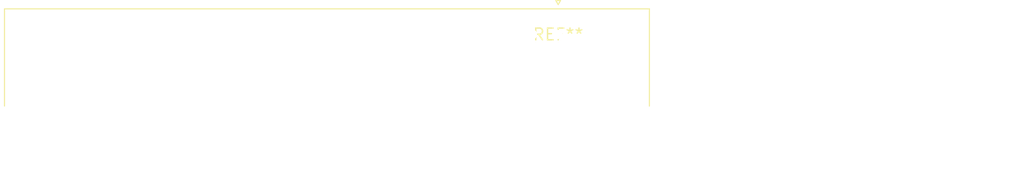
<source format=kicad_pcb>
(kicad_pcb (version 20240108) (generator pcbnew)
  (layers (0 "F.Cu" signal) (31 "B.Cu" signal) (34 "B.Paste" user) (35 "F.Paste" user) (36 "B.SilkS" user "B.Silkscreen") (37 "F.SilkS" user "F.Silkscreen") (38 "B.Mask" user) (39 "F.Mask" user) (44 "Edge.Cuts" user))
  (net 0 "")
  (footprint "DSUB-37_Female_Horizontal_P2.77x2.84mm_EdgePinOffset4.94mm_Housed_MountingHolesOffset7.48mm" (layer "F.Cu") (at 0 0)
    (property "Reference" "REF**")
    (property "Value" "DSUB-37_Female_Horizontal_P2.77x2.84mm_EdgePinOffset4.94mm_Housed_MountingHolesOffset7.48mm")
    (fp_line (start -59.69 -2.76) (end 9.83 -2.76) (layer "F.SilkS") (stroke (width 0.12)))
    (fp_line (start -59.69 7.72) (end -59.69 -2.76) (layer "F.SilkS") (stroke (width 0.12)))
    (fp_line (start -0.25 -3.654338) (end 0.25 -3.654338) (layer "F.SilkS") (stroke (width 0.12)))
    (fp_line (start 0 -3.221325) (end -0.25 -3.654338) (layer "F.SilkS") (stroke (width 0.12)))
    (fp_line (start 0.25 -3.654338) (end 0 -3.221325) (layer "F.SilkS") (stroke (width 0.12)))
    (fp_line (start 9.83 -2.76) (end 9.83 7.72) (layer "F.SilkS") (stroke (width 0.12)))
    (pad "0" thru_hole circle (at -56.68 0.3) (size 4 4) (drill 3.2) (layers *.Cu *.Mask) (remove_unused_layers))
    (pad "0" thru_hole circle (at 6.82 0.3) (size 4 4) (drill 3.2) (layers *.Cu *.Mask) (remove_unused_layers))
    (pad "1" thru_hole rect (at 0 0) (size 1.6 1.6) (drill 1) (layers *.Cu *.Mask) (remove_unused_layers))
    (pad "2" thru_hole circle (at -2.77 0) (size 1.6 1.6) (drill 1) (layers *.Cu *.Mask) (remove_unused_layers))
    (pad "3" thru_hole circle (at -5.54 0) (size 1.6 1.6) (drill 1) (layers *.Cu *.Mask) (remove_unused_layers))
    (pad "4" thru_hole circle (at -8.31 0) (size 1.6 1.6) (drill 1) (layers *.Cu *.Mask) (remove_unused_layers))
    (pad "5" thru_hole circle (at -11.08 0) (size 1.6 1.6) (drill 1) (layers *.Cu *.Mask) (remove_unused_layers))
    (pad "6" thru_hole circle (at -13.85 0) (size 1.6 1.6) (drill 1) (layers *.Cu *.Mask) (remove_unused_layers))
    (pad "7" thru_hole circle (at -16.62 0) (size 1.6 1.6) (drill 1) (layers *.Cu *.Mask) (remove_unused_layers))
    (pad "8" thru_hole circle (at -19.39 0) (size 1.6 1.6) (drill 1) (layers *.Cu *.Mask) (remove_unused_layers))
    (pad "9" thru_hole circle (at -22.16 0) (size 1.6 1.6) (drill 1) (layers *.Cu *.Mask) (remove_unused_layers))
    (pad "10" thru_hole circle (at -24.93 0) (size 1.6 1.6) (drill 1) (layers *.Cu *.Mask) (remove_unused_layers))
    (pad "11" thru_hole circle (at -27.7 0) (size 1.6 1.6) (drill 1) (layers *.Cu *.Mask) (remove_unused_layers))
    (pad "12" thru_hole circle (at -30.47 0) (size 1.6 1.6) (drill 1) (layers *.Cu *.Mask) (remove_unused_layers))
    (pad "13" thru_hole circle (at -33.24 0) (size 1.6 1.6) (drill 1) (layers *.Cu *.Mask) (remove_unused_layers))
    (pad "14" thru_hole circle (at -36.01 0) (size 1.6 1.6) (drill 1) (layers *.Cu *.Mask) (remove_unused_layers))
    (pad "15" thru_hole circle (at -38.78 0) (size 1.6 1.6) (drill 1) (layers *.Cu *.Mask) (remove_unused_layers))
    (pad "16" thru_hole circle (at -41.55 0) (size 1.6 1.6) (drill 1) (layers *.Cu *.Mask) (remove_unused_layers))
    (pad "17" thru_hole circle (at -44.32 0) (size 1.6 1.6) (drill 1) (layers *.Cu *.Mask) (remove_unused_layers))
    (pad "18" thru_hole circle (at -47.09 0) (size 1.6 1.6) (drill 1) (layers *.Cu *.Mask) (remove_unused_layers))
    (pad "19" thru_hole circle (at -49.86 0) (size 1.6 1.6) (drill 1) (layers *.Cu *.Mask) (remove_unused_layers))
    (pad "20" thru_hole circle (at -1.385 2.84) (size 1.6 1.6) (drill 1) (layers *.Cu *.Mask) (remove_unused_layers))
    (pad "21" thru_hole circle (at -4.155 2.84) (size 1.6 1.6) (drill 1) (layers *.Cu *.Mask) (remove_unused_layers))
    (pad "22" thru_hole circle (at -6.925 2.84) (size 1.6 1.6) (drill 1) (layers *.Cu *.Mask) (remove_unused_layers))
    (pad "23" thru_hole circle (at -9.695 2.84) (size 1.6 1.6) (drill 1) (layers *.Cu *.Mask) (remove_unused_layers))
    (pad "24" thru_hole circle (at -12.465 2.84) (size 1.6 1.6) (drill 1) (layers *.Cu *.Mask) (remove_unused_layers))
    (pad "25" thru_hole circle (at -15.235 2.84) (size 1.6 1.6) (drill 1) (layers *.Cu *.Mask) (remove_unused_layers))
    (pad "26" thru_hole circle (at -18.005 2.84) (size 1.6 1.6) (drill 1) (layers *.Cu *.Mask) (remove_unused_layers))
    (pad "27" thru_hole circle (at -20.775 2.84) (size 1.6 1.6) (drill 1) (layers *.Cu *.Mask) (remove_unused_layers))
    (pad "28" thru_hole circle (at -23.545 2.84) (size 1.6 1.6) (drill 1) (layers *.Cu *.Mask) (remove_unused_layers))
    (pad "29" thru_hole circle (at -26.315 2.84) (size 1.6 1.6) (drill 1) (layers *.Cu *.Mask) (remove_unused_layers))
    (pad "30" thru_hole circle (at -29.085 2.84) (size 1.6 1.6) (drill 1) (layers *.Cu *.Mask) (remove_unused_layers))
    (pad "31" thru_hole circle (at -31.855 2.84) (size 1.6 1.6) (drill 1) (layers *.Cu *.Mask) (remove_unused_layers))
    (pad "32" thru_hole circle (at -34.625 2.84) (size 1.6 1.6) (drill 1) (layers *.Cu *.Mask) (remove_unused_layers))
    (pad "33" thru_hole circle (at -37.395 2.84) (size 1.6 1.6) (drill 1) (layers *.Cu *.Mask) (remove_unused_layers))
    (pad "34" thru_hole circle (at -40.165 2.84) (size 1.6 1.6) (drill 1) (layers *.Cu *.Mask) (remove_unused_layers))
    (pad "35" thru_hole circle (at -42.935 2.84) (size 1.6 1.6) (drill 1) (layers *.Cu *.Mask) (remove_unused_layers))
    (pad "36" thru_hole circle (at -45.705 2.84) (size 1.6 1.6) (drill 1) (layers *.Cu *.Mask) (remove_unused_layers))
    (pad "37" thru_hole circle (at -48.475 2.84) (size 1.6 1.6) (drill 1) (layers *.Cu *.Mask) (remove_unused_layers))
  )
)
</source>
